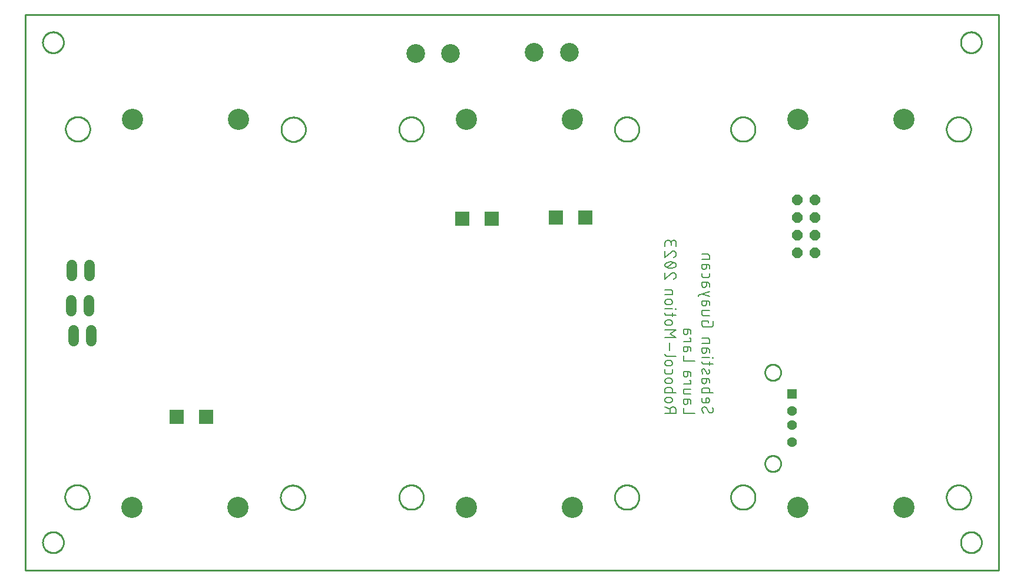
<source format=gbr>
G04 EAGLE Gerber RS-274X export*
G75*
%MOIN*%
%FSLAX34Y34*%
%LPD*%
%INBottom Copper*%
%IPPOS*%
%AMOC8*
5,1,8,0,0,1.08239X$1,22.5*%
G01*
%ADD10C,0.006000*%
%ADD11C,0.120000*%
%ADD12R,0.082677X0.082677*%
%ADD13R,0.056220X0.056220*%
%ADD14C,0.056220*%
%ADD15C,0.060000*%
%ADD16P,0.064943X8X112.500000*%
%ADD17C,0.106299*%
%ADD18C,0.010000*%


D10*
X38449Y9257D02*
X38427Y9255D01*
X38405Y9250D01*
X38385Y9242D01*
X38366Y9230D01*
X38349Y9215D01*
X38334Y9198D01*
X38322Y9179D01*
X38314Y9159D01*
X38309Y9137D01*
X38307Y9115D01*
X38309Y9081D01*
X38315Y9048D01*
X38324Y9015D01*
X38337Y8984D01*
X38353Y8955D01*
X38373Y8927D01*
X38396Y8902D01*
X38804Y8920D02*
X38826Y8922D01*
X38848Y8927D01*
X38868Y8935D01*
X38887Y8947D01*
X38904Y8962D01*
X38919Y8979D01*
X38931Y8998D01*
X38939Y9018D01*
X38944Y9040D01*
X38946Y9062D01*
X38947Y9062D02*
X38945Y9091D01*
X38941Y9119D01*
X38933Y9146D01*
X38923Y9173D01*
X38910Y9198D01*
X38894Y9222D01*
X38680Y8991D02*
X38692Y8973D01*
X38707Y8958D01*
X38723Y8945D01*
X38742Y8934D01*
X38762Y8926D01*
X38783Y8922D01*
X38804Y8920D01*
X38573Y9186D02*
X38561Y9204D01*
X38546Y9219D01*
X38530Y9232D01*
X38511Y9243D01*
X38491Y9251D01*
X38470Y9255D01*
X38449Y9257D01*
X38573Y9186D02*
X38680Y8990D01*
X38306Y9598D02*
X38306Y9775D01*
X38306Y9598D02*
X38308Y9579D01*
X38312Y9561D01*
X38320Y9545D01*
X38331Y9529D01*
X38344Y9516D01*
X38360Y9505D01*
X38376Y9497D01*
X38394Y9493D01*
X38413Y9491D01*
X38591Y9491D01*
X38613Y9493D01*
X38635Y9498D01*
X38655Y9506D01*
X38674Y9518D01*
X38691Y9533D01*
X38706Y9550D01*
X38718Y9569D01*
X38726Y9589D01*
X38731Y9611D01*
X38733Y9633D01*
X38731Y9655D01*
X38726Y9677D01*
X38718Y9697D01*
X38706Y9716D01*
X38691Y9733D01*
X38674Y9748D01*
X38655Y9760D01*
X38635Y9768D01*
X38613Y9773D01*
X38591Y9775D01*
X38520Y9775D01*
X38520Y9491D01*
X38306Y10048D02*
X38946Y10048D01*
X38306Y10048D02*
X38306Y10225D01*
X38308Y10244D01*
X38312Y10262D01*
X38320Y10278D01*
X38331Y10294D01*
X38344Y10307D01*
X38359Y10318D01*
X38376Y10326D01*
X38394Y10330D01*
X38413Y10332D01*
X38626Y10332D01*
X38645Y10330D01*
X38663Y10326D01*
X38680Y10318D01*
X38695Y10307D01*
X38708Y10294D01*
X38719Y10279D01*
X38727Y10262D01*
X38731Y10244D01*
X38733Y10225D01*
X38733Y10048D01*
X38555Y10700D02*
X38555Y10860D01*
X38555Y10700D02*
X38553Y10680D01*
X38548Y10660D01*
X38540Y10641D01*
X38529Y10624D01*
X38515Y10609D01*
X38499Y10596D01*
X38481Y10586D01*
X38461Y10580D01*
X38441Y10576D01*
X38421Y10576D01*
X38401Y10580D01*
X38381Y10586D01*
X38363Y10596D01*
X38347Y10609D01*
X38333Y10624D01*
X38322Y10641D01*
X38314Y10660D01*
X38309Y10680D01*
X38307Y10700D01*
X38306Y10700D02*
X38306Y10860D01*
X38626Y10860D01*
X38645Y10858D01*
X38663Y10854D01*
X38680Y10846D01*
X38695Y10835D01*
X38708Y10822D01*
X38719Y10807D01*
X38727Y10790D01*
X38731Y10772D01*
X38733Y10753D01*
X38733Y10611D01*
X38555Y11185D02*
X38484Y11363D01*
X38556Y11186D02*
X38564Y11170D01*
X38575Y11155D01*
X38589Y11144D01*
X38605Y11135D01*
X38623Y11130D01*
X38641Y11128D01*
X38659Y11130D01*
X38676Y11135D01*
X38692Y11144D01*
X38706Y11155D01*
X38718Y11170D01*
X38726Y11186D01*
X38731Y11203D01*
X38733Y11221D01*
X38731Y11254D01*
X38727Y11286D01*
X38719Y11319D01*
X38710Y11350D01*
X38697Y11381D01*
X38484Y11363D02*
X38476Y11379D01*
X38465Y11394D01*
X38451Y11405D01*
X38435Y11414D01*
X38417Y11419D01*
X38399Y11421D01*
X38381Y11419D01*
X38364Y11414D01*
X38348Y11405D01*
X38334Y11394D01*
X38322Y11379D01*
X38314Y11363D01*
X38309Y11346D01*
X38307Y11328D01*
X38306Y11327D02*
X38308Y11288D01*
X38312Y11248D01*
X38320Y11209D01*
X38329Y11170D01*
X38342Y11132D01*
X38733Y11614D02*
X38733Y11828D01*
X38946Y11685D02*
X38413Y11685D01*
X38394Y11687D01*
X38376Y11691D01*
X38360Y11699D01*
X38344Y11710D01*
X38331Y11723D01*
X38320Y11739D01*
X38312Y11755D01*
X38308Y11773D01*
X38306Y11792D01*
X38306Y11828D01*
X38306Y12054D02*
X38733Y12054D01*
X38911Y12036D02*
X38946Y12036D01*
X38946Y12072D01*
X38911Y12072D01*
X38911Y12036D01*
X38555Y12423D02*
X38555Y12583D01*
X38555Y12423D02*
X38553Y12403D01*
X38548Y12383D01*
X38540Y12364D01*
X38529Y12347D01*
X38515Y12332D01*
X38499Y12319D01*
X38481Y12309D01*
X38461Y12303D01*
X38441Y12299D01*
X38421Y12299D01*
X38401Y12303D01*
X38381Y12309D01*
X38363Y12319D01*
X38347Y12332D01*
X38333Y12347D01*
X38322Y12364D01*
X38314Y12383D01*
X38309Y12403D01*
X38307Y12423D01*
X38306Y12423D02*
X38306Y12583D01*
X38626Y12583D01*
X38645Y12581D01*
X38663Y12577D01*
X38680Y12569D01*
X38695Y12558D01*
X38708Y12545D01*
X38719Y12530D01*
X38727Y12513D01*
X38731Y12495D01*
X38733Y12476D01*
X38733Y12334D01*
X38733Y12876D02*
X38306Y12876D01*
X38733Y12876D02*
X38733Y13053D01*
X38731Y13072D01*
X38727Y13090D01*
X38719Y13107D01*
X38708Y13122D01*
X38695Y13135D01*
X38680Y13146D01*
X38663Y13154D01*
X38645Y13158D01*
X38626Y13160D01*
X38306Y13160D01*
X38662Y14033D02*
X38662Y14139D01*
X38306Y14139D01*
X38306Y13926D01*
X38307Y13926D02*
X38309Y13904D01*
X38314Y13882D01*
X38322Y13862D01*
X38334Y13843D01*
X38349Y13826D01*
X38366Y13811D01*
X38385Y13799D01*
X38405Y13791D01*
X38427Y13786D01*
X38449Y13784D01*
X38804Y13784D01*
X38826Y13786D01*
X38848Y13791D01*
X38868Y13799D01*
X38887Y13811D01*
X38904Y13826D01*
X38919Y13843D01*
X38931Y13862D01*
X38939Y13882D01*
X38944Y13904D01*
X38946Y13926D01*
X38946Y14139D01*
X38733Y14435D02*
X38413Y14435D01*
X38413Y14434D02*
X38394Y14436D01*
X38376Y14440D01*
X38360Y14448D01*
X38344Y14459D01*
X38331Y14472D01*
X38320Y14488D01*
X38312Y14504D01*
X38308Y14522D01*
X38306Y14541D01*
X38306Y14719D01*
X38733Y14719D01*
X38555Y15110D02*
X38555Y15270D01*
X38555Y15110D02*
X38553Y15090D01*
X38548Y15070D01*
X38540Y15051D01*
X38529Y15034D01*
X38515Y15019D01*
X38499Y15006D01*
X38481Y14996D01*
X38461Y14990D01*
X38441Y14986D01*
X38421Y14986D01*
X38401Y14990D01*
X38381Y14996D01*
X38363Y15006D01*
X38347Y15019D01*
X38333Y15034D01*
X38322Y15051D01*
X38314Y15070D01*
X38309Y15090D01*
X38307Y15110D01*
X38306Y15110D02*
X38306Y15270D01*
X38626Y15270D01*
X38645Y15268D01*
X38663Y15264D01*
X38680Y15256D01*
X38695Y15245D01*
X38708Y15232D01*
X38719Y15217D01*
X38727Y15200D01*
X38731Y15182D01*
X38733Y15163D01*
X38733Y15021D01*
X38093Y15522D02*
X38093Y15593D01*
X38733Y15806D01*
X38733Y15522D02*
X38306Y15664D01*
X38555Y16156D02*
X38555Y16316D01*
X38555Y16156D02*
X38553Y16136D01*
X38548Y16116D01*
X38540Y16097D01*
X38529Y16080D01*
X38515Y16065D01*
X38499Y16052D01*
X38481Y16042D01*
X38461Y16036D01*
X38441Y16032D01*
X38421Y16032D01*
X38401Y16036D01*
X38381Y16042D01*
X38363Y16052D01*
X38347Y16065D01*
X38333Y16080D01*
X38322Y16097D01*
X38314Y16116D01*
X38309Y16136D01*
X38307Y16156D01*
X38306Y16156D02*
X38306Y16316D01*
X38626Y16316D01*
X38626Y16317D02*
X38645Y16315D01*
X38663Y16311D01*
X38680Y16303D01*
X38695Y16292D01*
X38708Y16279D01*
X38719Y16264D01*
X38727Y16247D01*
X38731Y16229D01*
X38733Y16210D01*
X38733Y16067D01*
X38306Y16696D02*
X38306Y16838D01*
X38306Y16696D02*
X38308Y16677D01*
X38312Y16659D01*
X38320Y16643D01*
X38331Y16627D01*
X38344Y16614D01*
X38360Y16603D01*
X38376Y16595D01*
X38394Y16591D01*
X38413Y16589D01*
X38626Y16589D01*
X38645Y16591D01*
X38663Y16595D01*
X38680Y16603D01*
X38695Y16614D01*
X38708Y16627D01*
X38719Y16643D01*
X38727Y16659D01*
X38731Y16677D01*
X38733Y16696D01*
X38733Y16838D01*
X38555Y17182D02*
X38555Y17342D01*
X38555Y17182D02*
X38553Y17162D01*
X38548Y17142D01*
X38540Y17123D01*
X38529Y17106D01*
X38515Y17091D01*
X38499Y17078D01*
X38481Y17068D01*
X38461Y17062D01*
X38441Y17058D01*
X38421Y17058D01*
X38401Y17062D01*
X38381Y17068D01*
X38363Y17078D01*
X38347Y17091D01*
X38333Y17106D01*
X38322Y17123D01*
X38314Y17142D01*
X38309Y17162D01*
X38307Y17182D01*
X38306Y17182D02*
X38306Y17342D01*
X38626Y17342D01*
X38645Y17340D01*
X38663Y17336D01*
X38680Y17328D01*
X38695Y17317D01*
X38708Y17304D01*
X38719Y17289D01*
X38727Y17272D01*
X38731Y17254D01*
X38733Y17235D01*
X38733Y17093D01*
X38733Y17635D02*
X38306Y17635D01*
X38733Y17635D02*
X38733Y17813D01*
X38731Y17832D01*
X38727Y17850D01*
X38719Y17867D01*
X38708Y17882D01*
X38695Y17895D01*
X38680Y17906D01*
X38663Y17914D01*
X38645Y17918D01*
X38626Y17920D01*
X38626Y17919D02*
X38306Y17919D01*
X37896Y8902D02*
X37256Y8902D01*
X37256Y9186D01*
X37505Y9529D02*
X37505Y9689D01*
X37505Y9529D02*
X37503Y9509D01*
X37498Y9489D01*
X37490Y9470D01*
X37479Y9453D01*
X37465Y9438D01*
X37449Y9425D01*
X37431Y9415D01*
X37411Y9409D01*
X37391Y9405D01*
X37371Y9405D01*
X37351Y9409D01*
X37331Y9415D01*
X37313Y9425D01*
X37297Y9438D01*
X37283Y9453D01*
X37272Y9470D01*
X37264Y9489D01*
X37259Y9509D01*
X37257Y9529D01*
X37256Y9529D02*
X37256Y9689D01*
X37576Y9689D01*
X37576Y9690D02*
X37595Y9688D01*
X37613Y9684D01*
X37630Y9676D01*
X37645Y9665D01*
X37658Y9652D01*
X37669Y9637D01*
X37677Y9620D01*
X37681Y9602D01*
X37683Y9583D01*
X37683Y9440D01*
X37683Y9982D02*
X37363Y9982D01*
X37344Y9984D01*
X37326Y9988D01*
X37310Y9996D01*
X37294Y10007D01*
X37281Y10020D01*
X37270Y10036D01*
X37262Y10052D01*
X37258Y10070D01*
X37256Y10089D01*
X37256Y10267D01*
X37683Y10267D01*
X37683Y10560D02*
X37256Y10560D01*
X37683Y10560D02*
X37683Y10773D01*
X37612Y10773D01*
X37505Y11088D02*
X37505Y11248D01*
X37505Y11088D02*
X37503Y11068D01*
X37498Y11048D01*
X37490Y11029D01*
X37479Y11012D01*
X37465Y10997D01*
X37449Y10984D01*
X37431Y10974D01*
X37411Y10968D01*
X37391Y10964D01*
X37371Y10964D01*
X37351Y10968D01*
X37331Y10974D01*
X37313Y10984D01*
X37297Y10997D01*
X37283Y11012D01*
X37272Y11029D01*
X37264Y11048D01*
X37259Y11068D01*
X37257Y11088D01*
X37256Y11088D02*
X37256Y11248D01*
X37576Y11248D01*
X37576Y11249D02*
X37595Y11247D01*
X37613Y11243D01*
X37630Y11235D01*
X37645Y11224D01*
X37658Y11211D01*
X37669Y11196D01*
X37677Y11179D01*
X37681Y11161D01*
X37683Y11142D01*
X37683Y10999D01*
X37896Y11876D02*
X37256Y11876D01*
X37256Y12160D01*
X37505Y12504D02*
X37505Y12664D01*
X37505Y12504D02*
X37503Y12484D01*
X37498Y12464D01*
X37490Y12445D01*
X37479Y12428D01*
X37465Y12413D01*
X37449Y12400D01*
X37431Y12390D01*
X37411Y12384D01*
X37391Y12380D01*
X37371Y12380D01*
X37351Y12384D01*
X37331Y12390D01*
X37313Y12400D01*
X37297Y12413D01*
X37283Y12428D01*
X37272Y12445D01*
X37264Y12464D01*
X37259Y12484D01*
X37257Y12504D01*
X37256Y12504D02*
X37256Y12664D01*
X37576Y12664D01*
X37595Y12662D01*
X37613Y12658D01*
X37630Y12650D01*
X37645Y12639D01*
X37658Y12626D01*
X37669Y12611D01*
X37677Y12594D01*
X37681Y12576D01*
X37683Y12557D01*
X37683Y12415D01*
X37683Y12960D02*
X37256Y12960D01*
X37683Y12960D02*
X37683Y13173D01*
X37612Y13173D01*
X37505Y13488D02*
X37505Y13648D01*
X37505Y13488D02*
X37503Y13468D01*
X37498Y13448D01*
X37490Y13429D01*
X37479Y13412D01*
X37465Y13397D01*
X37449Y13384D01*
X37431Y13374D01*
X37411Y13368D01*
X37391Y13364D01*
X37371Y13364D01*
X37351Y13368D01*
X37331Y13374D01*
X37313Y13384D01*
X37297Y13397D01*
X37283Y13412D01*
X37272Y13429D01*
X37264Y13448D01*
X37259Y13468D01*
X37257Y13488D01*
X37256Y13488D02*
X37256Y13648D01*
X37576Y13648D01*
X37576Y13649D02*
X37595Y13647D01*
X37613Y13643D01*
X37630Y13635D01*
X37645Y13624D01*
X37658Y13611D01*
X37669Y13596D01*
X37677Y13579D01*
X37681Y13561D01*
X37683Y13542D01*
X37683Y13399D01*
X36846Y8902D02*
X36206Y8902D01*
X36846Y8902D02*
X36846Y9079D01*
X36847Y9079D02*
X36845Y9104D01*
X36840Y9129D01*
X36831Y9153D01*
X36819Y9175D01*
X36804Y9196D01*
X36786Y9214D01*
X36765Y9229D01*
X36743Y9241D01*
X36719Y9250D01*
X36694Y9255D01*
X36669Y9257D01*
X36644Y9255D01*
X36619Y9250D01*
X36595Y9241D01*
X36573Y9229D01*
X36552Y9214D01*
X36534Y9196D01*
X36519Y9175D01*
X36507Y9153D01*
X36498Y9129D01*
X36493Y9104D01*
X36491Y9079D01*
X36491Y8902D01*
X36491Y9115D02*
X36206Y9257D01*
X36349Y9508D02*
X36491Y9508D01*
X36513Y9510D01*
X36535Y9515D01*
X36555Y9523D01*
X36574Y9535D01*
X36591Y9550D01*
X36606Y9567D01*
X36618Y9586D01*
X36626Y9606D01*
X36631Y9628D01*
X36633Y9650D01*
X36631Y9672D01*
X36626Y9694D01*
X36618Y9714D01*
X36606Y9733D01*
X36591Y9750D01*
X36574Y9765D01*
X36555Y9777D01*
X36535Y9785D01*
X36513Y9790D01*
X36491Y9792D01*
X36349Y9792D01*
X36327Y9790D01*
X36305Y9785D01*
X36285Y9777D01*
X36266Y9765D01*
X36249Y9750D01*
X36234Y9733D01*
X36222Y9714D01*
X36214Y9694D01*
X36209Y9672D01*
X36207Y9650D01*
X36209Y9628D01*
X36214Y9606D01*
X36222Y9586D01*
X36234Y9567D01*
X36249Y9550D01*
X36266Y9535D01*
X36285Y9523D01*
X36305Y9515D01*
X36327Y9510D01*
X36349Y9508D01*
X36206Y10065D02*
X36846Y10065D01*
X36206Y10065D02*
X36206Y10242D01*
X36208Y10261D01*
X36212Y10279D01*
X36220Y10295D01*
X36231Y10311D01*
X36244Y10324D01*
X36259Y10335D01*
X36276Y10343D01*
X36294Y10347D01*
X36313Y10349D01*
X36526Y10349D01*
X36545Y10347D01*
X36563Y10343D01*
X36580Y10335D01*
X36595Y10324D01*
X36608Y10311D01*
X36619Y10296D01*
X36627Y10279D01*
X36631Y10261D01*
X36633Y10242D01*
X36633Y10065D01*
X36491Y10595D02*
X36349Y10595D01*
X36491Y10595D02*
X36513Y10597D01*
X36535Y10602D01*
X36555Y10610D01*
X36574Y10622D01*
X36591Y10637D01*
X36606Y10654D01*
X36618Y10673D01*
X36626Y10693D01*
X36631Y10715D01*
X36633Y10737D01*
X36631Y10759D01*
X36626Y10781D01*
X36618Y10801D01*
X36606Y10820D01*
X36591Y10837D01*
X36574Y10852D01*
X36555Y10864D01*
X36535Y10872D01*
X36513Y10877D01*
X36491Y10879D01*
X36491Y10880D02*
X36349Y10880D01*
X36349Y10879D02*
X36327Y10877D01*
X36305Y10872D01*
X36285Y10864D01*
X36266Y10852D01*
X36249Y10837D01*
X36234Y10820D01*
X36222Y10801D01*
X36214Y10781D01*
X36209Y10759D01*
X36207Y10737D01*
X36209Y10715D01*
X36214Y10693D01*
X36222Y10673D01*
X36234Y10654D01*
X36249Y10637D01*
X36266Y10622D01*
X36285Y10610D01*
X36305Y10602D01*
X36327Y10597D01*
X36349Y10595D01*
X36206Y11236D02*
X36206Y11378D01*
X36206Y11236D02*
X36208Y11217D01*
X36212Y11199D01*
X36220Y11183D01*
X36231Y11167D01*
X36244Y11154D01*
X36260Y11143D01*
X36276Y11135D01*
X36294Y11131D01*
X36313Y11129D01*
X36526Y11129D01*
X36545Y11131D01*
X36563Y11135D01*
X36580Y11143D01*
X36595Y11154D01*
X36608Y11167D01*
X36619Y11183D01*
X36627Y11199D01*
X36631Y11217D01*
X36633Y11236D01*
X36633Y11378D01*
X36491Y11600D02*
X36349Y11600D01*
X36491Y11600D02*
X36513Y11602D01*
X36535Y11607D01*
X36555Y11615D01*
X36574Y11627D01*
X36591Y11642D01*
X36606Y11659D01*
X36618Y11678D01*
X36626Y11698D01*
X36631Y11720D01*
X36633Y11742D01*
X36631Y11764D01*
X36626Y11786D01*
X36618Y11806D01*
X36606Y11825D01*
X36591Y11842D01*
X36574Y11857D01*
X36555Y11869D01*
X36535Y11877D01*
X36513Y11882D01*
X36491Y11884D01*
X36491Y11885D02*
X36349Y11885D01*
X36349Y11884D02*
X36327Y11882D01*
X36305Y11877D01*
X36285Y11869D01*
X36266Y11857D01*
X36249Y11842D01*
X36234Y11825D01*
X36222Y11806D01*
X36214Y11786D01*
X36209Y11764D01*
X36207Y11742D01*
X36209Y11720D01*
X36214Y11698D01*
X36222Y11678D01*
X36234Y11659D01*
X36249Y11642D01*
X36266Y11627D01*
X36285Y11615D01*
X36305Y11607D01*
X36327Y11602D01*
X36349Y11600D01*
X36313Y12143D02*
X36846Y12143D01*
X36313Y12143D02*
X36294Y12145D01*
X36276Y12149D01*
X36260Y12157D01*
X36244Y12168D01*
X36231Y12181D01*
X36220Y12197D01*
X36212Y12213D01*
X36208Y12231D01*
X36206Y12250D01*
X36455Y12473D02*
X36455Y12899D01*
X36206Y13191D02*
X36846Y13191D01*
X36491Y13404D01*
X36846Y13617D01*
X36206Y13617D01*
X36349Y13898D02*
X36491Y13898D01*
X36513Y13900D01*
X36535Y13905D01*
X36555Y13913D01*
X36574Y13925D01*
X36591Y13940D01*
X36606Y13957D01*
X36618Y13976D01*
X36626Y13996D01*
X36631Y14018D01*
X36633Y14040D01*
X36631Y14062D01*
X36626Y14084D01*
X36618Y14104D01*
X36606Y14123D01*
X36591Y14140D01*
X36574Y14155D01*
X36555Y14167D01*
X36535Y14175D01*
X36513Y14180D01*
X36491Y14182D01*
X36349Y14182D01*
X36327Y14180D01*
X36305Y14175D01*
X36285Y14167D01*
X36266Y14155D01*
X36249Y14140D01*
X36234Y14123D01*
X36222Y14104D01*
X36214Y14084D01*
X36209Y14062D01*
X36207Y14040D01*
X36209Y14018D01*
X36214Y13996D01*
X36222Y13976D01*
X36234Y13957D01*
X36249Y13940D01*
X36266Y13925D01*
X36285Y13913D01*
X36305Y13905D01*
X36327Y13900D01*
X36349Y13898D01*
X36633Y14380D02*
X36633Y14593D01*
X36846Y14451D02*
X36313Y14451D01*
X36294Y14453D01*
X36276Y14457D01*
X36260Y14465D01*
X36244Y14476D01*
X36231Y14489D01*
X36220Y14505D01*
X36212Y14521D01*
X36208Y14539D01*
X36206Y14558D01*
X36206Y14593D01*
X36206Y14819D02*
X36633Y14819D01*
X36811Y14802D02*
X36846Y14802D01*
X36846Y14837D01*
X36811Y14837D01*
X36811Y14802D01*
X36491Y15067D02*
X36349Y15067D01*
X36491Y15067D02*
X36513Y15069D01*
X36535Y15074D01*
X36555Y15082D01*
X36574Y15094D01*
X36591Y15109D01*
X36606Y15126D01*
X36618Y15145D01*
X36626Y15165D01*
X36631Y15187D01*
X36633Y15209D01*
X36631Y15231D01*
X36626Y15253D01*
X36618Y15273D01*
X36606Y15292D01*
X36591Y15309D01*
X36574Y15324D01*
X36555Y15336D01*
X36535Y15344D01*
X36513Y15349D01*
X36491Y15351D01*
X36349Y15351D01*
X36327Y15349D01*
X36305Y15344D01*
X36285Y15336D01*
X36266Y15324D01*
X36249Y15309D01*
X36234Y15292D01*
X36222Y15273D01*
X36214Y15253D01*
X36209Y15231D01*
X36207Y15209D01*
X36209Y15187D01*
X36214Y15165D01*
X36222Y15145D01*
X36234Y15126D01*
X36249Y15109D01*
X36266Y15094D01*
X36285Y15082D01*
X36305Y15074D01*
X36327Y15069D01*
X36349Y15067D01*
X36206Y15621D02*
X36633Y15621D01*
X36633Y15799D01*
X36631Y15818D01*
X36627Y15836D01*
X36619Y15853D01*
X36608Y15868D01*
X36595Y15881D01*
X36580Y15892D01*
X36563Y15900D01*
X36545Y15904D01*
X36526Y15906D01*
X36526Y15905D02*
X36206Y15905D01*
X36846Y16704D02*
X36844Y16727D01*
X36840Y16749D01*
X36832Y16770D01*
X36821Y16791D01*
X36807Y16809D01*
X36791Y16825D01*
X36773Y16839D01*
X36752Y16850D01*
X36731Y16858D01*
X36709Y16862D01*
X36686Y16864D01*
X36847Y16704D02*
X36845Y16678D01*
X36841Y16653D01*
X36833Y16628D01*
X36821Y16605D01*
X36808Y16583D01*
X36791Y16563D01*
X36772Y16545D01*
X36751Y16530D01*
X36729Y16518D01*
X36704Y16508D01*
X36561Y16811D02*
X36579Y16826D01*
X36598Y16840D01*
X36618Y16850D01*
X36640Y16858D01*
X36663Y16862D01*
X36686Y16864D01*
X36562Y16811D02*
X36206Y16508D01*
X36206Y16864D01*
X36526Y17124D02*
X36566Y17126D01*
X36605Y17130D01*
X36645Y17137D01*
X36683Y17148D01*
X36720Y17161D01*
X36757Y17177D01*
X36758Y17177D02*
X36777Y17185D01*
X36794Y17196D01*
X36809Y17210D01*
X36822Y17225D01*
X36833Y17243D01*
X36841Y17262D01*
X36845Y17282D01*
X36847Y17302D01*
X36845Y17322D01*
X36841Y17342D01*
X36833Y17361D01*
X36822Y17379D01*
X36809Y17394D01*
X36794Y17408D01*
X36777Y17419D01*
X36758Y17427D01*
X36757Y17426D02*
X36720Y17442D01*
X36683Y17455D01*
X36645Y17466D01*
X36605Y17473D01*
X36566Y17477D01*
X36526Y17479D01*
X36526Y17124D02*
X36486Y17126D01*
X36447Y17130D01*
X36408Y17137D01*
X36369Y17148D01*
X36332Y17161D01*
X36295Y17177D01*
X36276Y17185D01*
X36259Y17196D01*
X36244Y17210D01*
X36231Y17225D01*
X36220Y17243D01*
X36212Y17262D01*
X36208Y17282D01*
X36206Y17302D01*
X36295Y17426D02*
X36332Y17442D01*
X36369Y17455D01*
X36408Y17466D01*
X36447Y17473D01*
X36486Y17477D01*
X36526Y17479D01*
X36295Y17427D02*
X36276Y17419D01*
X36259Y17408D01*
X36244Y17394D01*
X36231Y17379D01*
X36220Y17361D01*
X36212Y17342D01*
X36208Y17322D01*
X36206Y17302D01*
X36349Y17159D02*
X36704Y17444D01*
X36846Y17935D02*
X36844Y17958D01*
X36840Y17980D01*
X36832Y18001D01*
X36821Y18022D01*
X36807Y18040D01*
X36791Y18056D01*
X36773Y18070D01*
X36752Y18081D01*
X36731Y18089D01*
X36709Y18093D01*
X36686Y18095D01*
X36847Y17935D02*
X36845Y17909D01*
X36841Y17884D01*
X36833Y17859D01*
X36821Y17836D01*
X36808Y17814D01*
X36791Y17794D01*
X36772Y17776D01*
X36751Y17761D01*
X36729Y17749D01*
X36704Y17739D01*
X36561Y18042D02*
X36579Y18057D01*
X36598Y18071D01*
X36618Y18081D01*
X36640Y18089D01*
X36663Y18093D01*
X36686Y18095D01*
X36562Y18041D02*
X36206Y17739D01*
X36206Y18095D01*
X36206Y18355D02*
X36206Y18532D01*
X36208Y18557D01*
X36213Y18582D01*
X36222Y18606D01*
X36234Y18628D01*
X36249Y18649D01*
X36267Y18667D01*
X36288Y18682D01*
X36310Y18694D01*
X36334Y18703D01*
X36359Y18708D01*
X36384Y18710D01*
X36409Y18708D01*
X36434Y18703D01*
X36458Y18694D01*
X36480Y18682D01*
X36501Y18667D01*
X36519Y18649D01*
X36534Y18628D01*
X36546Y18606D01*
X36555Y18582D01*
X36560Y18557D01*
X36562Y18532D01*
X36846Y18568D02*
X36846Y18355D01*
X36846Y18568D02*
X36844Y18590D01*
X36839Y18612D01*
X36831Y18632D01*
X36819Y18651D01*
X36804Y18668D01*
X36787Y18683D01*
X36768Y18695D01*
X36748Y18703D01*
X36726Y18708D01*
X36704Y18710D01*
X36682Y18708D01*
X36660Y18703D01*
X36640Y18695D01*
X36621Y18683D01*
X36604Y18668D01*
X36589Y18651D01*
X36577Y18632D01*
X36569Y18612D01*
X36564Y18590D01*
X36562Y18568D01*
X36562Y18426D01*
D11*
X6036Y3572D03*
X12036Y3562D03*
X6074Y25572D03*
X12074Y25562D03*
X24953Y3567D03*
X30953Y3567D03*
X24953Y25567D03*
X30953Y25567D03*
X43732Y3567D03*
X49732Y3567D03*
X43732Y25567D03*
X49732Y25567D03*
D12*
X10236Y8685D03*
X8583Y8685D03*
X24748Y19921D03*
X26402Y19921D03*
D13*
X43390Y10000D03*
D14*
X43390Y9016D03*
X43390Y8228D03*
X43390Y7244D03*
D15*
X2610Y14700D02*
X2610Y15300D01*
X3610Y15300D02*
X3610Y14700D01*
X2728Y13607D02*
X2728Y13007D01*
X3728Y13007D02*
X3728Y13607D01*
X2650Y16708D02*
X2650Y17308D01*
X3650Y17308D02*
X3650Y16708D01*
D16*
X44713Y17988D03*
X43713Y17988D03*
X44713Y18988D03*
X43713Y18988D03*
X44713Y19988D03*
X43713Y19988D03*
X44713Y20988D03*
X43713Y20988D03*
D17*
X22087Y29291D03*
X24055Y29291D03*
X28819Y29370D03*
X30787Y29370D03*
D12*
X31693Y20000D03*
X30039Y20000D03*
D18*
X0Y0D02*
X55118Y0D01*
X55118Y31496D01*
X0Y31496D01*
X0Y0D01*
X2165Y29900D02*
X2162Y29858D01*
X2156Y29816D01*
X2147Y29775D01*
X2135Y29735D01*
X2121Y29695D01*
X2103Y29657D01*
X2083Y29620D01*
X2060Y29584D01*
X2035Y29550D01*
X2007Y29519D01*
X1977Y29489D01*
X1946Y29461D01*
X1912Y29436D01*
X1876Y29413D01*
X1839Y29393D01*
X1801Y29375D01*
X1761Y29361D01*
X1721Y29349D01*
X1680Y29340D01*
X1638Y29334D01*
X1596Y29331D01*
X1554Y29331D01*
X1512Y29334D01*
X1470Y29340D01*
X1429Y29349D01*
X1388Y29361D01*
X1349Y29375D01*
X1310Y29393D01*
X1273Y29413D01*
X1238Y29436D01*
X1204Y29461D01*
X1172Y29489D01*
X1142Y29519D01*
X1115Y29550D01*
X1089Y29584D01*
X1067Y29620D01*
X1046Y29657D01*
X1029Y29695D01*
X1014Y29735D01*
X1002Y29775D01*
X993Y29816D01*
X987Y29858D01*
X984Y29900D01*
X984Y29942D01*
X987Y29984D01*
X993Y30026D01*
X1002Y30067D01*
X1014Y30108D01*
X1029Y30147D01*
X1046Y30186D01*
X1067Y30223D01*
X1089Y30258D01*
X1115Y30292D01*
X1142Y30324D01*
X1172Y30354D01*
X1204Y30381D01*
X1238Y30407D01*
X1273Y30429D01*
X1310Y30450D01*
X1349Y30467D01*
X1388Y30482D01*
X1429Y30494D01*
X1470Y30503D01*
X1512Y30509D01*
X1554Y30512D01*
X1596Y30512D01*
X1638Y30509D01*
X1680Y30503D01*
X1721Y30494D01*
X1761Y30482D01*
X1801Y30467D01*
X1839Y30450D01*
X1876Y30429D01*
X1912Y30407D01*
X1946Y30381D01*
X1977Y30354D01*
X2007Y30324D01*
X2035Y30292D01*
X2060Y30258D01*
X2083Y30223D01*
X2103Y30186D01*
X2121Y30147D01*
X2135Y30108D01*
X2147Y30067D01*
X2156Y30026D01*
X2162Y29984D01*
X2165Y29942D01*
X2165Y29900D01*
X2165Y1554D02*
X2162Y1512D01*
X2156Y1470D01*
X2147Y1429D01*
X2135Y1388D01*
X2121Y1349D01*
X2103Y1310D01*
X2083Y1273D01*
X2060Y1238D01*
X2035Y1204D01*
X2007Y1172D01*
X1977Y1142D01*
X1946Y1115D01*
X1912Y1089D01*
X1876Y1067D01*
X1839Y1046D01*
X1801Y1029D01*
X1761Y1014D01*
X1721Y1002D01*
X1680Y993D01*
X1638Y987D01*
X1596Y984D01*
X1554Y984D01*
X1512Y987D01*
X1470Y993D01*
X1429Y1002D01*
X1388Y1014D01*
X1349Y1029D01*
X1310Y1046D01*
X1273Y1067D01*
X1238Y1089D01*
X1204Y1115D01*
X1172Y1142D01*
X1142Y1172D01*
X1115Y1204D01*
X1089Y1238D01*
X1067Y1273D01*
X1046Y1310D01*
X1029Y1349D01*
X1014Y1388D01*
X1002Y1429D01*
X993Y1470D01*
X987Y1512D01*
X984Y1554D01*
X984Y1596D01*
X987Y1638D01*
X993Y1680D01*
X1002Y1721D01*
X1014Y1761D01*
X1029Y1801D01*
X1046Y1839D01*
X1067Y1876D01*
X1089Y1912D01*
X1115Y1946D01*
X1142Y1977D01*
X1172Y2007D01*
X1204Y2035D01*
X1238Y2060D01*
X1273Y2083D01*
X1310Y2103D01*
X1349Y2121D01*
X1388Y2135D01*
X1429Y2147D01*
X1470Y2156D01*
X1512Y2162D01*
X1554Y2165D01*
X1596Y2165D01*
X1638Y2162D01*
X1680Y2156D01*
X1721Y2147D01*
X1761Y2135D01*
X1801Y2121D01*
X1839Y2103D01*
X1876Y2083D01*
X1912Y2060D01*
X1946Y2035D01*
X1977Y2007D01*
X2007Y1977D01*
X2035Y1946D01*
X2060Y1912D01*
X2083Y1876D01*
X2103Y1839D01*
X2121Y1801D01*
X2135Y1761D01*
X2147Y1721D01*
X2156Y1680D01*
X2162Y1638D01*
X2165Y1596D01*
X2165Y1554D01*
X54134Y29900D02*
X54131Y29858D01*
X54125Y29816D01*
X54116Y29775D01*
X54104Y29735D01*
X54089Y29695D01*
X54072Y29657D01*
X54052Y29620D01*
X54029Y29584D01*
X54003Y29550D01*
X53976Y29519D01*
X53946Y29489D01*
X53914Y29461D01*
X53880Y29436D01*
X53845Y29413D01*
X53808Y29393D01*
X53769Y29375D01*
X53730Y29361D01*
X53689Y29349D01*
X53648Y29340D01*
X53606Y29334D01*
X53564Y29331D01*
X53522Y29331D01*
X53480Y29334D01*
X53438Y29340D01*
X53397Y29349D01*
X53357Y29361D01*
X53317Y29375D01*
X53279Y29393D01*
X53242Y29413D01*
X53206Y29436D01*
X53173Y29461D01*
X53141Y29489D01*
X53111Y29519D01*
X53083Y29550D01*
X53058Y29584D01*
X53035Y29620D01*
X53015Y29657D01*
X52997Y29695D01*
X52983Y29735D01*
X52971Y29775D01*
X52962Y29816D01*
X52956Y29858D01*
X52953Y29900D01*
X52953Y29942D01*
X52956Y29984D01*
X52962Y30026D01*
X52971Y30067D01*
X52983Y30108D01*
X52997Y30147D01*
X53015Y30186D01*
X53035Y30223D01*
X53058Y30258D01*
X53083Y30292D01*
X53111Y30324D01*
X53141Y30354D01*
X53173Y30381D01*
X53206Y30407D01*
X53242Y30429D01*
X53279Y30450D01*
X53317Y30467D01*
X53357Y30482D01*
X53397Y30494D01*
X53438Y30503D01*
X53480Y30509D01*
X53522Y30512D01*
X53564Y30512D01*
X53606Y30509D01*
X53648Y30503D01*
X53689Y30494D01*
X53730Y30482D01*
X53769Y30467D01*
X53808Y30450D01*
X53845Y30429D01*
X53880Y30407D01*
X53914Y30381D01*
X53946Y30354D01*
X53976Y30324D01*
X54003Y30292D01*
X54029Y30258D01*
X54052Y30223D01*
X54072Y30186D01*
X54089Y30147D01*
X54104Y30108D01*
X54116Y30067D01*
X54125Y30026D01*
X54131Y29984D01*
X54134Y29942D01*
X54134Y29900D01*
X54134Y1554D02*
X54131Y1512D01*
X54125Y1470D01*
X54116Y1429D01*
X54104Y1388D01*
X54089Y1349D01*
X54072Y1310D01*
X54052Y1273D01*
X54029Y1238D01*
X54003Y1204D01*
X53976Y1172D01*
X53946Y1142D01*
X53914Y1115D01*
X53880Y1089D01*
X53845Y1067D01*
X53808Y1046D01*
X53769Y1029D01*
X53730Y1014D01*
X53689Y1002D01*
X53648Y993D01*
X53606Y987D01*
X53564Y984D01*
X53522Y984D01*
X53480Y987D01*
X53438Y993D01*
X53397Y1002D01*
X53357Y1014D01*
X53317Y1029D01*
X53279Y1046D01*
X53242Y1067D01*
X53206Y1089D01*
X53173Y1115D01*
X53141Y1142D01*
X53111Y1172D01*
X53083Y1204D01*
X53058Y1238D01*
X53035Y1273D01*
X53015Y1310D01*
X52997Y1349D01*
X52983Y1388D01*
X52971Y1429D01*
X52962Y1470D01*
X52956Y1512D01*
X52953Y1554D01*
X52953Y1596D01*
X52956Y1638D01*
X52962Y1680D01*
X52971Y1721D01*
X52983Y1761D01*
X52997Y1801D01*
X53015Y1839D01*
X53035Y1876D01*
X53058Y1912D01*
X53083Y1946D01*
X53111Y1977D01*
X53141Y2007D01*
X53173Y2035D01*
X53206Y2060D01*
X53242Y2083D01*
X53279Y2103D01*
X53317Y2121D01*
X53357Y2135D01*
X53397Y2147D01*
X53438Y2156D01*
X53480Y2162D01*
X53522Y2165D01*
X53564Y2165D01*
X53606Y2162D01*
X53648Y2156D01*
X53689Y2147D01*
X53730Y2135D01*
X53769Y2121D01*
X53808Y2103D01*
X53845Y2083D01*
X53880Y2060D01*
X53914Y2035D01*
X53946Y2007D01*
X53976Y1977D01*
X54003Y1946D01*
X54029Y1912D01*
X54052Y1876D01*
X54072Y1839D01*
X54089Y1801D01*
X54104Y1761D01*
X54116Y1721D01*
X54125Y1680D01*
X54131Y1638D01*
X54134Y1596D01*
X54134Y1554D01*
X2958Y4833D02*
X3003Y4830D01*
X3048Y4824D01*
X3092Y4816D01*
X3136Y4804D01*
X3179Y4789D01*
X3220Y4772D01*
X3261Y4752D01*
X3300Y4729D01*
X3337Y4704D01*
X3373Y4677D01*
X3407Y4647D01*
X3439Y4615D01*
X3468Y4581D01*
X3496Y4545D01*
X3521Y4508D01*
X3543Y4468D01*
X3563Y4428D01*
X3580Y4386D01*
X3595Y4343D01*
X3606Y4300D01*
X3615Y4256D01*
X3621Y4211D01*
X3624Y4166D01*
X3623Y4121D01*
X3620Y4076D01*
X3614Y4031D01*
X3606Y3987D01*
X3594Y3943D01*
X3579Y3901D01*
X3562Y3859D01*
X3542Y3819D01*
X3519Y3779D01*
X3494Y3742D01*
X3467Y3706D01*
X3437Y3672D01*
X3405Y3641D01*
X3371Y3611D01*
X3335Y3583D01*
X3298Y3558D01*
X3258Y3536D01*
X3218Y3516D01*
X3176Y3499D01*
X3134Y3485D01*
X3090Y3473D01*
X3046Y3464D01*
X3001Y3458D01*
X2956Y3456D01*
X2911Y3456D01*
X2866Y3459D01*
X2821Y3465D01*
X2777Y3473D01*
X2733Y3485D01*
X2691Y3500D01*
X2649Y3517D01*
X2609Y3537D01*
X2570Y3560D01*
X2532Y3585D01*
X2496Y3612D01*
X2462Y3642D01*
X2431Y3674D01*
X2401Y3708D01*
X2374Y3744D01*
X2349Y3782D01*
X2326Y3821D01*
X2306Y3861D01*
X2289Y3903D01*
X2275Y3946D01*
X2263Y3989D01*
X2254Y4033D01*
X2248Y4078D01*
X2246Y4123D01*
X2246Y4168D01*
X2249Y4213D01*
X2255Y4258D01*
X2263Y4302D01*
X2275Y4346D01*
X2290Y4388D01*
X2307Y4430D01*
X2327Y4471D01*
X2350Y4510D01*
X2375Y4547D01*
X2402Y4583D01*
X2432Y4617D01*
X2464Y4648D01*
X2498Y4678D01*
X2534Y4706D01*
X2572Y4731D01*
X2611Y4753D01*
X2651Y4773D01*
X2693Y4790D01*
X2736Y4805D01*
X2779Y4816D01*
X2823Y4825D01*
X2868Y4831D01*
X2913Y4834D01*
X2958Y4833D01*
X2995Y25700D02*
X3040Y25697D01*
X3084Y25691D01*
X3129Y25682D01*
X3172Y25670D01*
X3215Y25655D01*
X3257Y25638D01*
X3297Y25618D01*
X3336Y25595D01*
X3373Y25570D01*
X3409Y25543D01*
X3443Y25513D01*
X3475Y25481D01*
X3505Y25447D01*
X3532Y25411D01*
X3557Y25374D01*
X3579Y25335D01*
X3599Y25294D01*
X3617Y25252D01*
X3631Y25210D01*
X3643Y25166D01*
X3651Y25122D01*
X3657Y25077D01*
X3660Y25032D01*
X3660Y24987D01*
X3657Y24942D01*
X3651Y24897D01*
X3642Y24853D01*
X3630Y24809D01*
X3616Y24767D01*
X3598Y24725D01*
X3578Y24685D01*
X3556Y24646D01*
X3531Y24608D01*
X3503Y24572D01*
X3473Y24539D01*
X3441Y24507D01*
X3407Y24477D01*
X3372Y24450D01*
X3334Y24425D01*
X3295Y24402D01*
X3254Y24382D01*
X3213Y24365D01*
X3170Y24351D01*
X3126Y24339D01*
X3082Y24330D01*
X3037Y24324D01*
X2992Y24322D01*
X2947Y24322D01*
X2902Y24325D01*
X2857Y24331D01*
X2813Y24340D01*
X2770Y24351D01*
X2727Y24366D01*
X2685Y24383D01*
X2645Y24403D01*
X2606Y24426D01*
X2568Y24451D01*
X2533Y24479D01*
X2499Y24508D01*
X2467Y24540D01*
X2437Y24574D01*
X2410Y24610D01*
X2385Y24648D01*
X2362Y24687D01*
X2343Y24727D01*
X2325Y24769D01*
X2311Y24812D01*
X2299Y24855D01*
X2291Y24900D01*
X2285Y24944D01*
X2282Y24989D01*
X2282Y25034D01*
X2285Y25079D01*
X2291Y25124D01*
X2300Y25168D01*
X2312Y25212D01*
X2326Y25255D01*
X2344Y25296D01*
X2364Y25337D01*
X2386Y25376D01*
X2411Y25413D01*
X2439Y25449D01*
X2469Y25483D01*
X2501Y25515D01*
X2535Y25544D01*
X2570Y25572D01*
X2608Y25597D01*
X2647Y25619D01*
X2688Y25639D01*
X2729Y25656D01*
X2772Y25671D01*
X2816Y25682D01*
X2860Y25691D01*
X2905Y25697D01*
X2950Y25700D01*
X2995Y25700D01*
X15199Y25678D02*
X15244Y25675D01*
X15289Y25669D01*
X15333Y25660D01*
X15377Y25649D01*
X15420Y25634D01*
X15461Y25617D01*
X15502Y25597D01*
X15541Y25574D01*
X15578Y25549D01*
X15614Y25521D01*
X15648Y25492D01*
X15680Y25460D01*
X15709Y25426D01*
X15737Y25390D01*
X15762Y25352D01*
X15784Y25313D01*
X15804Y25273D01*
X15821Y25231D01*
X15836Y25188D01*
X15847Y25145D01*
X15856Y25100D01*
X15862Y25056D01*
X15865Y25011D01*
X15865Y24966D01*
X15862Y24921D01*
X15856Y24876D01*
X15847Y24832D01*
X15835Y24788D01*
X15820Y24745D01*
X15803Y24704D01*
X15783Y24663D01*
X15760Y24624D01*
X15735Y24587D01*
X15708Y24551D01*
X15678Y24517D01*
X15646Y24485D01*
X15612Y24456D01*
X15576Y24428D01*
X15539Y24403D01*
X15500Y24381D01*
X15459Y24361D01*
X15417Y24344D01*
X15375Y24329D01*
X15331Y24318D01*
X15287Y24309D01*
X15242Y24303D01*
X15197Y24300D01*
X15152Y24300D01*
X15107Y24303D01*
X15062Y24309D01*
X15018Y24318D01*
X14974Y24330D01*
X14932Y24345D01*
X14890Y24362D01*
X14850Y24382D01*
X14811Y24405D01*
X14773Y24430D01*
X14737Y24457D01*
X14704Y24487D01*
X14672Y24519D01*
X14642Y24553D01*
X14615Y24589D01*
X14590Y24626D01*
X14567Y24665D01*
X14547Y24706D01*
X14530Y24748D01*
X14516Y24790D01*
X14504Y24834D01*
X14495Y24878D01*
X14490Y24923D01*
X14487Y24968D01*
X14487Y25013D01*
X14490Y25058D01*
X14496Y25103D01*
X14505Y25147D01*
X14516Y25191D01*
X14531Y25233D01*
X14548Y25275D01*
X14568Y25315D01*
X14591Y25354D01*
X14616Y25392D01*
X14644Y25428D01*
X14673Y25461D01*
X14705Y25493D01*
X14739Y25523D01*
X14775Y25550D01*
X14813Y25575D01*
X14852Y25598D01*
X14892Y25618D01*
X14934Y25635D01*
X14977Y25649D01*
X15020Y25661D01*
X15065Y25670D01*
X15109Y25675D01*
X15154Y25678D01*
X15199Y25678D01*
X15163Y4812D02*
X15208Y4809D01*
X15253Y4803D01*
X15297Y4794D01*
X15341Y4783D01*
X15383Y4768D01*
X15425Y4751D01*
X15465Y4731D01*
X15504Y4708D01*
X15542Y4683D01*
X15578Y4655D01*
X15611Y4626D01*
X15643Y4594D01*
X15673Y4560D01*
X15700Y4524D01*
X15725Y4486D01*
X15748Y4447D01*
X15768Y4407D01*
X15785Y4365D01*
X15799Y4322D01*
X15811Y4279D01*
X15820Y4234D01*
X15825Y4190D01*
X15828Y4145D01*
X15828Y4099D01*
X15825Y4054D01*
X15819Y4010D01*
X15810Y3966D01*
X15799Y3922D01*
X15784Y3879D01*
X15767Y3838D01*
X15747Y3797D01*
X15724Y3758D01*
X15699Y3721D01*
X15671Y3685D01*
X15642Y3651D01*
X15610Y3619D01*
X15576Y3590D01*
X15540Y3562D01*
X15502Y3537D01*
X15463Y3515D01*
X15423Y3495D01*
X15381Y3478D01*
X15338Y3463D01*
X15295Y3452D01*
X15250Y3443D01*
X15206Y3437D01*
X15161Y3434D01*
X15116Y3434D01*
X15070Y3437D01*
X15026Y3443D01*
X14982Y3452D01*
X14938Y3464D01*
X14895Y3478D01*
X14854Y3496D01*
X14813Y3516D01*
X14774Y3538D01*
X14737Y3564D01*
X14701Y3591D01*
X14667Y3621D01*
X14635Y3653D01*
X14606Y3687D01*
X14578Y3723D01*
X14553Y3760D01*
X14531Y3799D01*
X14511Y3840D01*
X14494Y3882D01*
X14479Y3924D01*
X14468Y3968D01*
X14459Y4012D01*
X14453Y4057D01*
X14450Y4102D01*
X14450Y4147D01*
X14453Y4192D01*
X14459Y4237D01*
X14468Y4281D01*
X14480Y4324D01*
X14495Y4367D01*
X14512Y4409D01*
X14532Y4449D01*
X14555Y4488D01*
X14580Y4526D01*
X14607Y4561D01*
X14637Y4595D01*
X14669Y4627D01*
X14703Y4657D01*
X14739Y4684D01*
X14776Y4709D01*
X14815Y4732D01*
X14856Y4752D01*
X14898Y4769D01*
X14940Y4783D01*
X14984Y4795D01*
X15028Y4804D01*
X15073Y4809D01*
X15118Y4812D01*
X15163Y4812D01*
X21873Y4823D02*
X21918Y4820D01*
X21963Y4814D01*
X22007Y4805D01*
X22051Y4794D01*
X22093Y4779D01*
X22135Y4762D01*
X22175Y4742D01*
X22214Y4719D01*
X22252Y4694D01*
X22288Y4667D01*
X22322Y4637D01*
X22354Y4605D01*
X22383Y4571D01*
X22411Y4535D01*
X22436Y4498D01*
X22458Y4459D01*
X22478Y4418D01*
X22496Y4377D01*
X22510Y4334D01*
X22522Y4290D01*
X22531Y4246D01*
X22536Y4201D01*
X22539Y4156D01*
X22539Y4111D01*
X22536Y4066D01*
X22531Y4022D01*
X22522Y3977D01*
X22510Y3934D01*
X22496Y3891D01*
X22478Y3849D01*
X22458Y3809D01*
X22436Y3770D01*
X22411Y3732D01*
X22383Y3697D01*
X22354Y3663D01*
X22322Y3631D01*
X22288Y3601D01*
X22252Y3574D01*
X22214Y3548D01*
X22175Y3526D01*
X22135Y3506D01*
X22093Y3489D01*
X22051Y3474D01*
X22007Y3463D01*
X21963Y3454D01*
X21918Y3448D01*
X21873Y3445D01*
X21828Y3445D01*
X21783Y3448D01*
X21738Y3454D01*
X21694Y3463D01*
X21650Y3474D01*
X21608Y3489D01*
X21566Y3506D01*
X21525Y3526D01*
X21486Y3548D01*
X21449Y3574D01*
X21413Y3601D01*
X21379Y3631D01*
X21347Y3663D01*
X21318Y3697D01*
X21290Y3732D01*
X21265Y3770D01*
X21242Y3809D01*
X21222Y3849D01*
X21205Y3891D01*
X21191Y3934D01*
X21179Y3977D01*
X21170Y4022D01*
X21164Y4066D01*
X21161Y4111D01*
X21161Y4156D01*
X21164Y4201D01*
X21170Y4246D01*
X21179Y4290D01*
X21191Y4334D01*
X21205Y4377D01*
X21222Y4418D01*
X21242Y4459D01*
X21265Y4498D01*
X21290Y4535D01*
X21318Y4571D01*
X21347Y4605D01*
X21379Y4637D01*
X21413Y4667D01*
X21449Y4694D01*
X21486Y4719D01*
X21525Y4742D01*
X21566Y4762D01*
X21608Y4779D01*
X21650Y4794D01*
X21694Y4805D01*
X21738Y4814D01*
X21783Y4820D01*
X21828Y4823D01*
X21873Y4823D01*
X21873Y25689D02*
X21918Y25686D01*
X21963Y25680D01*
X22007Y25671D01*
X22051Y25660D01*
X22093Y25645D01*
X22135Y25628D01*
X22175Y25608D01*
X22214Y25585D01*
X22252Y25560D01*
X22288Y25533D01*
X22322Y25503D01*
X22354Y25471D01*
X22383Y25437D01*
X22411Y25402D01*
X22436Y25364D01*
X22458Y25325D01*
X22478Y25284D01*
X22496Y25243D01*
X22510Y25200D01*
X22522Y25157D01*
X22531Y25112D01*
X22536Y25068D01*
X22539Y25023D01*
X22539Y24977D01*
X22536Y24932D01*
X22531Y24888D01*
X22522Y24843D01*
X22510Y24800D01*
X22496Y24757D01*
X22478Y24716D01*
X22458Y24675D01*
X22436Y24636D01*
X22411Y24598D01*
X22383Y24563D01*
X22354Y24529D01*
X22322Y24497D01*
X22288Y24467D01*
X22252Y24440D01*
X22214Y24415D01*
X22175Y24392D01*
X22135Y24372D01*
X22093Y24355D01*
X22051Y24340D01*
X22007Y24329D01*
X21963Y24320D01*
X21918Y24314D01*
X21873Y24311D01*
X21828Y24311D01*
X21783Y24314D01*
X21738Y24320D01*
X21694Y24329D01*
X21650Y24340D01*
X21608Y24355D01*
X21566Y24372D01*
X21525Y24392D01*
X21486Y24415D01*
X21449Y24440D01*
X21413Y24467D01*
X21379Y24497D01*
X21347Y24529D01*
X21318Y24563D01*
X21290Y24598D01*
X21265Y24636D01*
X21242Y24675D01*
X21222Y24716D01*
X21205Y24757D01*
X21191Y24800D01*
X21179Y24843D01*
X21170Y24888D01*
X21164Y24932D01*
X21161Y24977D01*
X21161Y25023D01*
X21164Y25068D01*
X21170Y25112D01*
X21179Y25157D01*
X21191Y25200D01*
X21205Y25243D01*
X21222Y25284D01*
X21242Y25325D01*
X21265Y25364D01*
X21290Y25402D01*
X21318Y25437D01*
X21347Y25471D01*
X21379Y25503D01*
X21413Y25533D01*
X21449Y25560D01*
X21486Y25585D01*
X21525Y25608D01*
X21566Y25628D01*
X21608Y25645D01*
X21650Y25660D01*
X21694Y25671D01*
X21738Y25680D01*
X21783Y25686D01*
X21828Y25689D01*
X21873Y25689D01*
X34078Y25689D02*
X34123Y25686D01*
X34167Y25680D01*
X34212Y25671D01*
X34255Y25660D01*
X34298Y25645D01*
X34340Y25628D01*
X34380Y25608D01*
X34419Y25585D01*
X34457Y25560D01*
X34492Y25533D01*
X34526Y25503D01*
X34558Y25471D01*
X34588Y25437D01*
X34615Y25402D01*
X34641Y25364D01*
X34663Y25325D01*
X34683Y25284D01*
X34700Y25243D01*
X34715Y25200D01*
X34726Y25157D01*
X34735Y25112D01*
X34741Y25068D01*
X34744Y25023D01*
X34744Y24977D01*
X34741Y24932D01*
X34735Y24888D01*
X34726Y24843D01*
X34715Y24800D01*
X34700Y24757D01*
X34683Y24716D01*
X34663Y24675D01*
X34641Y24636D01*
X34615Y24598D01*
X34588Y24563D01*
X34558Y24529D01*
X34526Y24497D01*
X34492Y24467D01*
X34457Y24440D01*
X34419Y24415D01*
X34380Y24392D01*
X34340Y24372D01*
X34298Y24355D01*
X34255Y24340D01*
X34212Y24329D01*
X34167Y24320D01*
X34123Y24314D01*
X34078Y24311D01*
X34033Y24311D01*
X33988Y24314D01*
X33943Y24320D01*
X33899Y24329D01*
X33855Y24340D01*
X33812Y24355D01*
X33771Y24372D01*
X33730Y24392D01*
X33691Y24415D01*
X33654Y24440D01*
X33618Y24467D01*
X33584Y24497D01*
X33552Y24529D01*
X33522Y24563D01*
X33495Y24598D01*
X33470Y24636D01*
X33447Y24675D01*
X33427Y24716D01*
X33410Y24757D01*
X33395Y24800D01*
X33384Y24843D01*
X33375Y24888D01*
X33369Y24932D01*
X33366Y24977D01*
X33366Y25023D01*
X33369Y25068D01*
X33375Y25112D01*
X33384Y25157D01*
X33395Y25200D01*
X33410Y25243D01*
X33427Y25284D01*
X33447Y25325D01*
X33470Y25364D01*
X33495Y25402D01*
X33522Y25437D01*
X33552Y25471D01*
X33584Y25503D01*
X33618Y25533D01*
X33654Y25560D01*
X33691Y25585D01*
X33730Y25608D01*
X33771Y25628D01*
X33812Y25645D01*
X33855Y25660D01*
X33899Y25671D01*
X33943Y25680D01*
X33988Y25686D01*
X34033Y25689D01*
X34078Y25689D01*
X34078Y4823D02*
X34123Y4820D01*
X34167Y4814D01*
X34212Y4805D01*
X34255Y4794D01*
X34298Y4779D01*
X34340Y4762D01*
X34380Y4742D01*
X34419Y4719D01*
X34457Y4694D01*
X34492Y4667D01*
X34526Y4637D01*
X34558Y4605D01*
X34588Y4571D01*
X34615Y4535D01*
X34641Y4498D01*
X34663Y4459D01*
X34683Y4418D01*
X34700Y4377D01*
X34715Y4334D01*
X34726Y4290D01*
X34735Y4246D01*
X34741Y4201D01*
X34744Y4156D01*
X34744Y4111D01*
X34741Y4066D01*
X34735Y4022D01*
X34726Y3977D01*
X34715Y3934D01*
X34700Y3891D01*
X34683Y3849D01*
X34663Y3809D01*
X34641Y3770D01*
X34615Y3732D01*
X34588Y3697D01*
X34558Y3663D01*
X34526Y3631D01*
X34492Y3601D01*
X34457Y3574D01*
X34419Y3548D01*
X34380Y3526D01*
X34340Y3506D01*
X34298Y3489D01*
X34255Y3474D01*
X34212Y3463D01*
X34167Y3454D01*
X34123Y3448D01*
X34078Y3445D01*
X34033Y3445D01*
X33988Y3448D01*
X33943Y3454D01*
X33899Y3463D01*
X33855Y3474D01*
X33812Y3489D01*
X33771Y3506D01*
X33730Y3526D01*
X33691Y3548D01*
X33654Y3574D01*
X33618Y3601D01*
X33584Y3631D01*
X33552Y3663D01*
X33522Y3697D01*
X33495Y3732D01*
X33470Y3770D01*
X33447Y3809D01*
X33427Y3849D01*
X33410Y3891D01*
X33395Y3934D01*
X33384Y3977D01*
X33375Y4022D01*
X33369Y4066D01*
X33366Y4111D01*
X33366Y4156D01*
X33369Y4201D01*
X33375Y4246D01*
X33384Y4290D01*
X33395Y4334D01*
X33410Y4377D01*
X33427Y4418D01*
X33447Y4459D01*
X33470Y4498D01*
X33495Y4535D01*
X33522Y4571D01*
X33552Y4605D01*
X33584Y4637D01*
X33618Y4667D01*
X33654Y4694D01*
X33691Y4719D01*
X33730Y4742D01*
X33771Y4762D01*
X33812Y4779D01*
X33855Y4794D01*
X33899Y4805D01*
X33943Y4814D01*
X33988Y4820D01*
X34033Y4823D01*
X34078Y4823D01*
X40652Y4823D02*
X40697Y4820D01*
X40742Y4814D01*
X40786Y4805D01*
X40830Y4794D01*
X40873Y4779D01*
X40914Y4762D01*
X40955Y4742D01*
X40994Y4719D01*
X41031Y4694D01*
X41067Y4667D01*
X41101Y4637D01*
X41133Y4605D01*
X41163Y4571D01*
X41190Y4535D01*
X41215Y4498D01*
X41238Y4459D01*
X41258Y4418D01*
X41275Y4377D01*
X41290Y4334D01*
X41301Y4290D01*
X41310Y4246D01*
X41316Y4201D01*
X41319Y4156D01*
X41319Y4111D01*
X41316Y4066D01*
X41310Y4022D01*
X41301Y3977D01*
X41290Y3934D01*
X41275Y3891D01*
X41258Y3849D01*
X41238Y3809D01*
X41215Y3770D01*
X41190Y3732D01*
X41163Y3697D01*
X41133Y3663D01*
X41101Y3631D01*
X41067Y3601D01*
X41031Y3574D01*
X40994Y3548D01*
X40955Y3526D01*
X40914Y3506D01*
X40873Y3489D01*
X40830Y3474D01*
X40786Y3463D01*
X40742Y3454D01*
X40697Y3448D01*
X40652Y3445D01*
X40607Y3445D01*
X40562Y3448D01*
X40518Y3454D01*
X40473Y3463D01*
X40430Y3474D01*
X40387Y3489D01*
X40345Y3506D01*
X40305Y3526D01*
X40266Y3548D01*
X40228Y3574D01*
X40193Y3601D01*
X40159Y3631D01*
X40127Y3663D01*
X40097Y3697D01*
X40070Y3732D01*
X40045Y3770D01*
X40022Y3809D01*
X40002Y3849D01*
X39985Y3891D01*
X39970Y3934D01*
X39959Y3977D01*
X39950Y4022D01*
X39944Y4066D01*
X39941Y4111D01*
X39941Y4156D01*
X39944Y4201D01*
X39950Y4246D01*
X39959Y4290D01*
X39970Y4334D01*
X39985Y4377D01*
X40002Y4418D01*
X40022Y4459D01*
X40045Y4498D01*
X40070Y4535D01*
X40097Y4571D01*
X40127Y4605D01*
X40159Y4637D01*
X40193Y4667D01*
X40228Y4694D01*
X40266Y4719D01*
X40305Y4742D01*
X40345Y4762D01*
X40387Y4779D01*
X40430Y4794D01*
X40473Y4805D01*
X40518Y4814D01*
X40562Y4820D01*
X40607Y4823D01*
X40652Y4823D01*
X40652Y25689D02*
X40697Y25686D01*
X40742Y25680D01*
X40786Y25671D01*
X40830Y25660D01*
X40873Y25645D01*
X40914Y25628D01*
X40955Y25608D01*
X40994Y25585D01*
X41031Y25560D01*
X41067Y25533D01*
X41101Y25503D01*
X41133Y25471D01*
X41163Y25437D01*
X41190Y25402D01*
X41215Y25364D01*
X41238Y25325D01*
X41258Y25284D01*
X41275Y25243D01*
X41290Y25200D01*
X41301Y25157D01*
X41310Y25112D01*
X41316Y25068D01*
X41319Y25023D01*
X41319Y24977D01*
X41316Y24932D01*
X41310Y24888D01*
X41301Y24843D01*
X41290Y24800D01*
X41275Y24757D01*
X41258Y24716D01*
X41238Y24675D01*
X41215Y24636D01*
X41190Y24598D01*
X41163Y24563D01*
X41133Y24529D01*
X41101Y24497D01*
X41067Y24467D01*
X41031Y24440D01*
X40994Y24415D01*
X40955Y24392D01*
X40914Y24372D01*
X40873Y24355D01*
X40830Y24340D01*
X40786Y24329D01*
X40742Y24320D01*
X40697Y24314D01*
X40652Y24311D01*
X40607Y24311D01*
X40562Y24314D01*
X40518Y24320D01*
X40473Y24329D01*
X40430Y24340D01*
X40387Y24355D01*
X40345Y24372D01*
X40305Y24392D01*
X40266Y24415D01*
X40228Y24440D01*
X40193Y24467D01*
X40159Y24497D01*
X40127Y24529D01*
X40097Y24563D01*
X40070Y24598D01*
X40045Y24636D01*
X40022Y24675D01*
X40002Y24716D01*
X39985Y24757D01*
X39970Y24800D01*
X39959Y24843D01*
X39950Y24888D01*
X39944Y24932D01*
X39941Y24977D01*
X39941Y25023D01*
X39944Y25068D01*
X39950Y25112D01*
X39959Y25157D01*
X39970Y25200D01*
X39985Y25243D01*
X40002Y25284D01*
X40022Y25325D01*
X40045Y25364D01*
X40070Y25402D01*
X40097Y25437D01*
X40127Y25471D01*
X40159Y25503D01*
X40193Y25533D01*
X40228Y25560D01*
X40266Y25585D01*
X40305Y25608D01*
X40345Y25628D01*
X40387Y25645D01*
X40430Y25660D01*
X40473Y25671D01*
X40518Y25680D01*
X40562Y25686D01*
X40607Y25689D01*
X40652Y25689D01*
X52857Y25689D02*
X52902Y25686D01*
X52947Y25680D01*
X52991Y25671D01*
X53035Y25660D01*
X53077Y25645D01*
X53119Y25628D01*
X53160Y25608D01*
X53199Y25585D01*
X53236Y25560D01*
X53272Y25533D01*
X53306Y25503D01*
X53338Y25471D01*
X53368Y25437D01*
X53395Y25402D01*
X53420Y25364D01*
X53443Y25325D01*
X53463Y25284D01*
X53480Y25243D01*
X53494Y25200D01*
X53506Y25157D01*
X53515Y25112D01*
X53521Y25068D01*
X53524Y25023D01*
X53524Y24977D01*
X53521Y24932D01*
X53515Y24888D01*
X53506Y24843D01*
X53494Y24800D01*
X53480Y24757D01*
X53463Y24716D01*
X53443Y24675D01*
X53420Y24636D01*
X53395Y24598D01*
X53368Y24563D01*
X53338Y24529D01*
X53306Y24497D01*
X53272Y24467D01*
X53236Y24440D01*
X53199Y24415D01*
X53160Y24392D01*
X53119Y24372D01*
X53077Y24355D01*
X53035Y24340D01*
X52991Y24329D01*
X52947Y24320D01*
X52902Y24314D01*
X52857Y24311D01*
X52812Y24311D01*
X52767Y24314D01*
X52722Y24320D01*
X52678Y24329D01*
X52635Y24340D01*
X52592Y24355D01*
X52550Y24372D01*
X52510Y24392D01*
X52471Y24415D01*
X52433Y24440D01*
X52397Y24467D01*
X52363Y24497D01*
X52332Y24529D01*
X52302Y24563D01*
X52274Y24598D01*
X52249Y24636D01*
X52227Y24675D01*
X52207Y24716D01*
X52189Y24757D01*
X52175Y24800D01*
X52163Y24843D01*
X52155Y24888D01*
X52149Y24932D01*
X52146Y24977D01*
X52146Y25023D01*
X52149Y25068D01*
X52155Y25112D01*
X52163Y25157D01*
X52175Y25200D01*
X52189Y25243D01*
X52207Y25284D01*
X52227Y25325D01*
X52249Y25364D01*
X52274Y25402D01*
X52302Y25437D01*
X52332Y25471D01*
X52363Y25503D01*
X52397Y25533D01*
X52433Y25560D01*
X52471Y25585D01*
X52510Y25608D01*
X52550Y25628D01*
X52592Y25645D01*
X52635Y25660D01*
X52678Y25671D01*
X52722Y25680D01*
X52767Y25686D01*
X52812Y25689D01*
X52857Y25689D01*
X52857Y4823D02*
X52902Y4820D01*
X52947Y4814D01*
X52991Y4805D01*
X53035Y4794D01*
X53077Y4779D01*
X53119Y4762D01*
X53160Y4742D01*
X53199Y4719D01*
X53236Y4694D01*
X53272Y4667D01*
X53306Y4637D01*
X53338Y4605D01*
X53368Y4571D01*
X53395Y4535D01*
X53420Y4498D01*
X53443Y4459D01*
X53463Y4418D01*
X53480Y4377D01*
X53494Y4334D01*
X53506Y4290D01*
X53515Y4246D01*
X53521Y4201D01*
X53524Y4156D01*
X53524Y4111D01*
X53521Y4066D01*
X53515Y4022D01*
X53506Y3977D01*
X53494Y3934D01*
X53480Y3891D01*
X53463Y3849D01*
X53443Y3809D01*
X53420Y3770D01*
X53395Y3732D01*
X53368Y3697D01*
X53338Y3663D01*
X53306Y3631D01*
X53272Y3601D01*
X53236Y3574D01*
X53199Y3548D01*
X53160Y3526D01*
X53119Y3506D01*
X53077Y3489D01*
X53035Y3474D01*
X52991Y3463D01*
X52947Y3454D01*
X52902Y3448D01*
X52857Y3445D01*
X52812Y3445D01*
X52767Y3448D01*
X52722Y3454D01*
X52678Y3463D01*
X52635Y3474D01*
X52592Y3489D01*
X52550Y3506D01*
X52510Y3526D01*
X52471Y3548D01*
X52433Y3574D01*
X52397Y3601D01*
X52363Y3631D01*
X52332Y3663D01*
X52302Y3697D01*
X52274Y3732D01*
X52249Y3770D01*
X52227Y3809D01*
X52207Y3849D01*
X52189Y3891D01*
X52175Y3934D01*
X52163Y3977D01*
X52155Y4022D01*
X52149Y4066D01*
X52146Y4111D01*
X52146Y4156D01*
X52149Y4201D01*
X52155Y4246D01*
X52163Y4290D01*
X52175Y4334D01*
X52189Y4377D01*
X52207Y4418D01*
X52227Y4459D01*
X52249Y4498D01*
X52274Y4535D01*
X52302Y4571D01*
X52332Y4605D01*
X52363Y4637D01*
X52397Y4667D01*
X52433Y4694D01*
X52471Y4719D01*
X52510Y4742D01*
X52550Y4762D01*
X52592Y4779D01*
X52635Y4794D01*
X52678Y4805D01*
X52722Y4814D01*
X52767Y4820D01*
X52812Y4823D01*
X52857Y4823D01*
X42305Y10756D02*
X42270Y10759D01*
X42234Y10764D01*
X42200Y10773D01*
X42166Y10784D01*
X42133Y10797D01*
X42101Y10813D01*
X42071Y10832D01*
X42042Y10853D01*
X42015Y10876D01*
X41990Y10901D01*
X41967Y10928D01*
X41946Y10957D01*
X41928Y10987D01*
X41911Y11019D01*
X41898Y11052D01*
X41887Y11086D01*
X41878Y11120D01*
X41873Y11155D01*
X41870Y11191D01*
X41870Y11226D01*
X41873Y11262D01*
X41878Y11297D01*
X41887Y11332D01*
X41898Y11365D01*
X41911Y11398D01*
X41928Y11430D01*
X41946Y11460D01*
X41967Y11489D01*
X41990Y11516D01*
X42015Y11541D01*
X42042Y11564D01*
X42071Y11585D01*
X42101Y11604D01*
X42133Y11620D01*
X42166Y11634D01*
X42200Y11645D01*
X42234Y11653D01*
X42270Y11659D01*
X42305Y11661D01*
X42341Y11661D01*
X42376Y11659D01*
X42411Y11653D01*
X42446Y11645D01*
X42480Y11634D01*
X42513Y11620D01*
X42544Y11604D01*
X42575Y11585D01*
X42603Y11564D01*
X42630Y11541D01*
X42656Y11516D01*
X42679Y11489D01*
X42700Y11460D01*
X42718Y11430D01*
X42734Y11398D01*
X42748Y11365D01*
X42759Y11332D01*
X42767Y11297D01*
X42773Y11262D01*
X42776Y11226D01*
X42776Y11191D01*
X42773Y11155D01*
X42767Y11120D01*
X42759Y11086D01*
X42748Y11052D01*
X42734Y11019D01*
X42718Y10987D01*
X42700Y10957D01*
X42679Y10928D01*
X42656Y10901D01*
X42630Y10876D01*
X42603Y10853D01*
X42575Y10832D01*
X42544Y10813D01*
X42513Y10797D01*
X42480Y10784D01*
X42446Y10773D01*
X42411Y10764D01*
X42376Y10759D01*
X42341Y10756D01*
X42305Y10756D01*
X42305Y5583D02*
X42270Y5585D01*
X42234Y5591D01*
X42200Y5599D01*
X42166Y5610D01*
X42133Y5624D01*
X42101Y5640D01*
X42071Y5659D01*
X42042Y5680D01*
X42015Y5703D01*
X41990Y5728D01*
X41967Y5755D01*
X41946Y5784D01*
X41928Y5814D01*
X41911Y5846D01*
X41898Y5879D01*
X41887Y5912D01*
X41878Y5947D01*
X41873Y5982D01*
X41870Y6018D01*
X41870Y6053D01*
X41873Y6089D01*
X41878Y6124D01*
X41887Y6158D01*
X41898Y6192D01*
X41911Y6225D01*
X41928Y6257D01*
X41946Y6287D01*
X41967Y6316D01*
X41990Y6343D01*
X42015Y6368D01*
X42042Y6391D01*
X42071Y6412D01*
X42101Y6431D01*
X42133Y6447D01*
X42166Y6461D01*
X42200Y6472D01*
X42234Y6480D01*
X42270Y6485D01*
X42305Y6488D01*
X42341Y6488D01*
X42376Y6485D01*
X42411Y6480D01*
X42446Y6472D01*
X42480Y6461D01*
X42513Y6447D01*
X42544Y6431D01*
X42575Y6412D01*
X42603Y6391D01*
X42630Y6368D01*
X42656Y6343D01*
X42679Y6316D01*
X42700Y6287D01*
X42718Y6257D01*
X42734Y6225D01*
X42748Y6192D01*
X42759Y6158D01*
X42767Y6124D01*
X42773Y6089D01*
X42776Y6053D01*
X42776Y6018D01*
X42773Y5982D01*
X42767Y5947D01*
X42759Y5912D01*
X42748Y5879D01*
X42734Y5846D01*
X42718Y5814D01*
X42700Y5784D01*
X42679Y5755D01*
X42656Y5728D01*
X42630Y5703D01*
X42603Y5680D01*
X42575Y5659D01*
X42544Y5640D01*
X42513Y5624D01*
X42480Y5610D01*
X42446Y5599D01*
X42411Y5591D01*
X42376Y5585D01*
X42341Y5583D01*
X42305Y5583D01*
M02*

</source>
